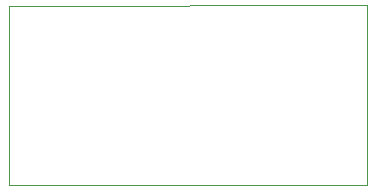
<source format=gbr>
%TF.GenerationSoftware,KiCad,Pcbnew,9.0.6*%
%TF.CreationDate,2025-11-01T16:48:45-04:00*%
%TF.ProjectId,W25Q02JVTBIM_breakout,57323551-3032-44a5-9654-42494d5f6272,rev?*%
%TF.SameCoordinates,Original*%
%TF.FileFunction,Profile,NP*%
%FSLAX46Y46*%
G04 Gerber Fmt 4.6, Leading zero omitted, Abs format (unit mm)*
G04 Created by KiCad (PCBNEW 9.0.6) date 2025-11-01 16:48:45*
%MOMM*%
%LPD*%
G01*
G04 APERTURE LIST*
%TA.AperFunction,Profile*%
%ADD10C,0.050000*%
%TD*%
G04 APERTURE END LIST*
D10*
X170250308Y-86202555D02*
X140000000Y-86250000D01*
X170250000Y-101450000D02*
X170250000Y-86204516D01*
X140000000Y-101450000D02*
X170250000Y-101450000D01*
X140000000Y-86250000D02*
X140000000Y-101450000D01*
M02*

</source>
